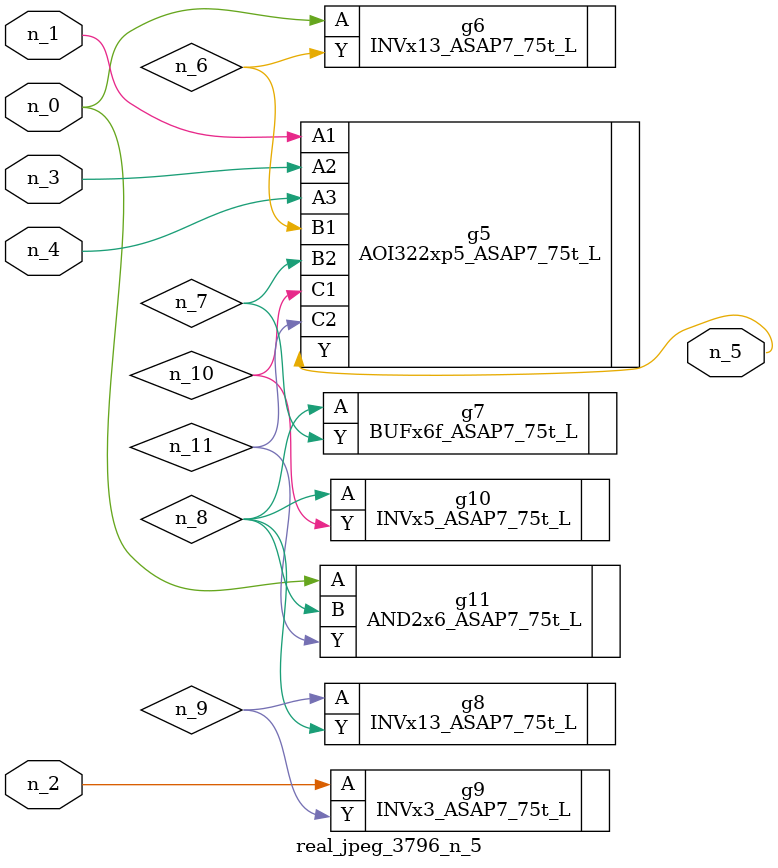
<source format=v>
module real_jpeg_3796_n_5 (n_4, n_0, n_1, n_2, n_3, n_5);

input n_4;
input n_0;
input n_1;
input n_2;
input n_3;

output n_5;

wire n_8;
wire n_11;
wire n_6;
wire n_7;
wire n_10;
wire n_9;

INVx13_ASAP7_75t_L g6 ( 
.A(n_0),
.Y(n_6)
);

AND2x6_ASAP7_75t_L g11 ( 
.A(n_0),
.B(n_8),
.Y(n_11)
);

AOI322xp5_ASAP7_75t_L g5 ( 
.A1(n_1),
.A2(n_3),
.A3(n_4),
.B1(n_6),
.B2(n_7),
.C1(n_10),
.C2(n_11),
.Y(n_5)
);

INVx3_ASAP7_75t_L g9 ( 
.A(n_2),
.Y(n_9)
);

BUFx6f_ASAP7_75t_L g7 ( 
.A(n_8),
.Y(n_7)
);

INVx5_ASAP7_75t_L g10 ( 
.A(n_8),
.Y(n_10)
);

INVx13_ASAP7_75t_L g8 ( 
.A(n_9),
.Y(n_8)
);


endmodule
</source>
